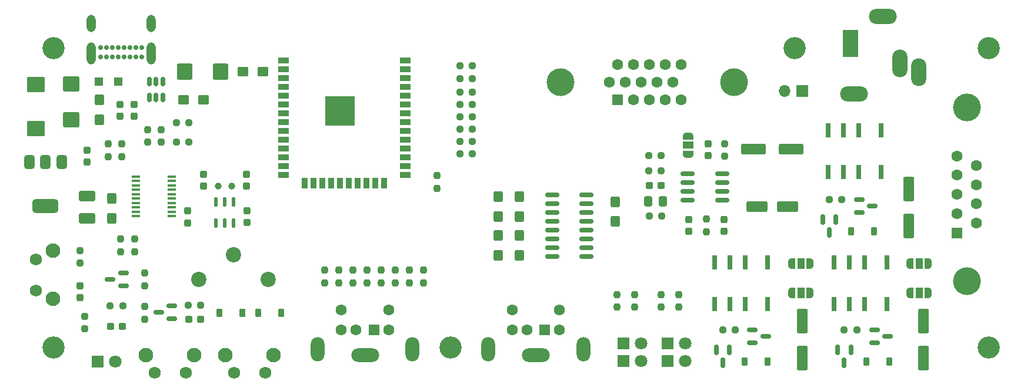
<source format=gts>
G04 #@! TF.GenerationSoftware,KiCad,Pcbnew,9.0.2*
G04 #@! TF.CreationDate,2025-06-23T14:50:53+02:00*
G04 #@! TF.ProjectId,nTerm2-S FT231,6e546572-6d32-42d5-9320-46543233312e,0.10*
G04 #@! TF.SameCoordinates,Original*
G04 #@! TF.FileFunction,Soldermask,Top*
G04 #@! TF.FilePolarity,Negative*
%FSLAX46Y46*%
G04 Gerber Fmt 4.6, Leading zero omitted, Abs format (unit mm)*
G04 Created by KiCad (PCBNEW 9.0.2) date 2025-06-23 14:50:53*
%MOMM*%
%LPD*%
G01*
G04 APERTURE LIST*
G04 Aperture macros list*
%AMRoundRect*
0 Rectangle with rounded corners*
0 $1 Rounding radius*
0 $2 $3 $4 $5 $6 $7 $8 $9 X,Y pos of 4 corners*
0 Add a 4 corners polygon primitive as box body*
4,1,4,$2,$3,$4,$5,$6,$7,$8,$9,$2,$3,0*
0 Add four circle primitives for the rounded corners*
1,1,$1+$1,$2,$3*
1,1,$1+$1,$4,$5*
1,1,$1+$1,$6,$7*
1,1,$1+$1,$8,$9*
0 Add four rect primitives between the rounded corners*
20,1,$1+$1,$2,$3,$4,$5,0*
20,1,$1+$1,$4,$5,$6,$7,0*
20,1,$1+$1,$6,$7,$8,$9,0*
20,1,$1+$1,$8,$9,$2,$3,0*%
%AMFreePoly0*
4,1,23,0.550000,-0.750000,0.000000,-0.750000,0.000000,-0.745722,-0.065263,-0.745722,-0.191342,-0.711940,-0.304381,-0.646677,-0.396677,-0.554381,-0.461940,-0.441342,-0.495722,-0.315263,-0.495722,-0.250000,-0.500000,-0.250000,-0.500000,0.250000,-0.495722,0.250000,-0.495722,0.315263,-0.461940,0.441342,-0.396677,0.554381,-0.304381,0.646677,-0.191342,0.711940,-0.065263,0.745722,0.000000,0.745722,
0.000000,0.750000,0.550000,0.750000,0.550000,-0.750000,0.550000,-0.750000,$1*%
%AMFreePoly1*
4,1,23,0.000000,0.745722,0.065263,0.745722,0.191342,0.711940,0.304381,0.646677,0.396677,0.554381,0.461940,0.441342,0.495722,0.315263,0.495722,0.250000,0.500000,0.250000,0.500000,-0.250000,0.495722,-0.250000,0.495722,-0.315263,0.461940,-0.441342,0.396677,-0.554381,0.304381,-0.646677,0.191342,-0.711940,0.065263,-0.745722,0.000000,-0.745722,0.000000,-0.750000,-0.550000,-0.750000,
-0.550000,0.750000,0.000000,0.750000,0.000000,0.745722,0.000000,0.745722,$1*%
G04 Aperture macros list end*
%ADD10RoundRect,0.237500X-0.237500X0.250000X-0.237500X-0.250000X0.237500X-0.250000X0.237500X0.250000X0*%
%ADD11C,3.200000*%
%ADD12RoundRect,0.237500X-0.250000X-0.237500X0.250000X-0.237500X0.250000X0.237500X-0.250000X0.237500X0*%
%ADD13FreePoly0,90.000000*%
%ADD14R,1.500000X1.000000*%
%ADD15FreePoly1,90.000000*%
%ADD16RoundRect,0.132500X0.132500X-0.532500X0.132500X0.532500X-0.132500X0.532500X-0.132500X-0.532500X0*%
%ADD17RoundRect,0.225000X-0.225000X-0.375000X0.225000X-0.375000X0.225000X0.375000X-0.225000X0.375000X0*%
%ADD18R,0.700000X2.000000*%
%ADD19C,1.750000*%
%ADD20C,2.100000*%
%ADD21R,1.700000X1.700000*%
%ADD22O,1.700000X1.700000*%
%ADD23R,1.500000X0.900000*%
%ADD24R,0.900000X1.500000*%
%ADD25C,0.600000*%
%ADD26R,4.200000X4.200000*%
%ADD27RoundRect,0.237500X0.237500X-0.250000X0.237500X0.250000X-0.237500X0.250000X-0.237500X-0.250000X0*%
%ADD28RoundRect,0.237500X-0.237500X0.300000X-0.237500X-0.300000X0.237500X-0.300000X0.237500X0.300000X0*%
%ADD29R,1.600000X1.600000*%
%ADD30C,1.600000*%
%ADD31O,2.000000X3.500000*%
%ADD32O,4.000000X2.000000*%
%ADD33RoundRect,0.250000X0.550000X-1.500000X0.550000X1.500000X-0.550000X1.500000X-0.550000X-1.500000X0*%
%ADD34RoundRect,0.237500X0.237500X-0.300000X0.237500X0.300000X-0.237500X0.300000X-0.237500X-0.300000X0*%
%ADD35R,1.800000X1.800000*%
%ADD36C,1.800000*%
%ADD37RoundRect,0.150000X-0.825000X-0.150000X0.825000X-0.150000X0.825000X0.150000X-0.825000X0.150000X0*%
%ADD38RoundRect,0.237500X0.250000X0.237500X-0.250000X0.237500X-0.250000X-0.237500X0.250000X-0.237500X0*%
%ADD39RoundRect,0.250000X-0.425000X0.537500X-0.425000X-0.537500X0.425000X-0.537500X0.425000X0.537500X0*%
%ADD40FreePoly0,0.000000*%
%ADD41R,1.000000X1.500000*%
%ADD42FreePoly1,0.000000*%
%ADD43RoundRect,0.250000X0.425000X-0.537500X0.425000X0.537500X-0.425000X0.537500X-0.425000X-0.537500X0*%
%ADD44RoundRect,0.237500X0.300000X0.237500X-0.300000X0.237500X-0.300000X-0.237500X0.300000X-0.237500X0*%
%ADD45RoundRect,0.225000X0.225000X0.375000X-0.225000X0.375000X-0.225000X-0.375000X0.225000X-0.375000X0*%
%ADD46RoundRect,0.375000X-0.375000X0.625000X-0.375000X-0.625000X0.375000X-0.625000X0.375000X0.625000X0*%
%ADD47RoundRect,0.500000X-1.400000X0.500000X-1.400000X-0.500000X1.400000X-0.500000X1.400000X0.500000X0*%
%ADD48RoundRect,0.250000X0.875000X0.925000X-0.875000X0.925000X-0.875000X-0.925000X0.875000X-0.925000X0*%
%ADD49RoundRect,0.250000X1.025000X-0.875000X1.025000X0.875000X-1.025000X0.875000X-1.025000X-0.875000X0*%
%ADD50RoundRect,0.150000X-0.587500X-0.150000X0.587500X-0.150000X0.587500X0.150000X-0.587500X0.150000X0*%
%ADD51RoundRect,0.237500X-0.300000X-0.237500X0.300000X-0.237500X0.300000X0.237500X-0.300000X0.237500X0*%
%ADD52RoundRect,0.150000X-0.150000X0.587500X-0.150000X-0.587500X0.150000X-0.587500X0.150000X0.587500X0*%
%ADD53RoundRect,0.150000X0.587500X0.150000X-0.587500X0.150000X-0.587500X-0.150000X0.587500X-0.150000X0*%
%ADD54C,0.700000*%
%ADD55O,1.300000X3.200000*%
%ADD56O,1.300000X2.500000*%
%ADD57RoundRect,0.250001X0.924999X-0.499999X0.924999X0.499999X-0.924999X0.499999X-0.924999X-0.499999X0*%
%ADD58C,2.200000*%
%ADD59RoundRect,0.150000X0.150000X-0.512500X0.150000X0.512500X-0.150000X0.512500X-0.150000X-0.512500X0*%
%ADD60C,4.000000*%
%ADD61RoundRect,0.250000X-1.250000X-0.550000X1.250000X-0.550000X1.250000X0.550000X-1.250000X0.550000X0*%
%ADD62RoundRect,0.250000X-1.500000X-0.550000X1.500000X-0.550000X1.500000X0.550000X-1.500000X0.550000X0*%
%ADD63RoundRect,0.250000X-0.337500X-0.475000X0.337500X-0.475000X0.337500X0.475000X-0.337500X0.475000X0*%
%ADD64RoundRect,0.250000X0.537500X0.425000X-0.537500X0.425000X-0.537500X-0.425000X0.537500X-0.425000X0*%
%ADD65O,2.200000X4.000000*%
%ADD66O,4.000000X2.200000*%
%ADD67R,2.200000X4.000000*%
%ADD68C,1.000000*%
%ADD69RoundRect,0.250000X0.925000X-0.875000X0.925000X0.875000X-0.925000X0.875000X-0.925000X-0.875000X0*%
%ADD70R,1.200000X0.400000*%
%ADD71R,1.200000X1.200000*%
G04 APERTURE END LIST*
D10*
X84266000Y-107528500D03*
X84266000Y-109353500D03*
D11*
X215076000Y-121498500D03*
D12*
X138956000Y-84668500D03*
X140781000Y-84668500D03*
D10*
X96012000Y-90123000D03*
X96012000Y-91948000D03*
D12*
X176792500Y-118999000D03*
X178617500Y-118999000D03*
D10*
X88392000Y-92202000D03*
X88392000Y-94027000D03*
D11*
X80456000Y-78318500D03*
D13*
X171856400Y-93644100D03*
D14*
X171856400Y-92344100D03*
D15*
X171856400Y-91044100D03*
D16*
X103820000Y-103632000D03*
X105090000Y-103632000D03*
X106360000Y-103632000D03*
X106360000Y-100582000D03*
X105090000Y-100582000D03*
X103820000Y-100582000D03*
D10*
X177088800Y-92140900D03*
X177088800Y-93965900D03*
D17*
X179992000Y-123571000D03*
X183292000Y-123571000D03*
D18*
X200471000Y-109268500D03*
X197271000Y-109268500D03*
X195071000Y-109268500D03*
X192871000Y-109268500D03*
X192871000Y-115268500D03*
X195071000Y-115268500D03*
X197271000Y-115268500D03*
X200471000Y-115268500D03*
D19*
X99506000Y-125172000D03*
X95006000Y-125172000D03*
D20*
X100756000Y-122682000D03*
X93746000Y-122682000D03*
D21*
X188295200Y-84582000D03*
D22*
X185755200Y-84582000D03*
D10*
X174436000Y-102997000D03*
X174436000Y-104822000D03*
D23*
X113616000Y-80096500D03*
X113616000Y-81366500D03*
X113616000Y-82636500D03*
X113616000Y-83906500D03*
X113616000Y-85176500D03*
X113616000Y-86446500D03*
X113616000Y-87716500D03*
X113616000Y-88986500D03*
X113616000Y-90256500D03*
X113616000Y-91526500D03*
X113616000Y-92796500D03*
X113616000Y-94066500D03*
X113616000Y-95336500D03*
X113616000Y-96606500D03*
D24*
X116656000Y-97856500D03*
X117926000Y-97856500D03*
X119196000Y-97856500D03*
X120466000Y-97856500D03*
X121736000Y-97856500D03*
X123006000Y-97856500D03*
X124276000Y-97856500D03*
X125546000Y-97856500D03*
X126816000Y-97856500D03*
X128086000Y-97856500D03*
D23*
X131116000Y-96606500D03*
X131116000Y-95336500D03*
X131116000Y-94066500D03*
X131116000Y-92796500D03*
X131116000Y-91526500D03*
X131116000Y-90256500D03*
X131116000Y-88986500D03*
X131116000Y-87716500D03*
X131116000Y-86446500D03*
X131116000Y-85176500D03*
X131116000Y-83906500D03*
X131116000Y-82636500D03*
X131116000Y-81366500D03*
X131116000Y-80096500D03*
D25*
X120161000Y-86674000D03*
X120161000Y-88199000D03*
X120923500Y-85911500D03*
X120923500Y-87436500D03*
X120923500Y-88961500D03*
X121686000Y-86674000D03*
D26*
X121686000Y-87436500D03*
D25*
X121686000Y-88199000D03*
X122448500Y-85911500D03*
X122448500Y-87436500D03*
X122448500Y-88961500D03*
X123211000Y-86674000D03*
X123211000Y-88199000D03*
D27*
X127635000Y-112188000D03*
X127635000Y-110363000D03*
D19*
X110936000Y-125172000D03*
X106436000Y-125172000D03*
D20*
X112186000Y-122682000D03*
X105176000Y-122682000D03*
D12*
X192128500Y-100203000D03*
X193953500Y-100203000D03*
D28*
X176976000Y-103047000D03*
X176976000Y-104772000D03*
D29*
X126616000Y-118958500D03*
D30*
X124016000Y-118958500D03*
X128716000Y-118958500D03*
X121916000Y-118958500D03*
X128716000Y-116158500D03*
X121916000Y-116158500D03*
D31*
X118466000Y-121808500D03*
D32*
X125316000Y-122608500D03*
D31*
X132166000Y-121808500D03*
D33*
X205740000Y-123096000D03*
X205740000Y-117696000D03*
D12*
X138956000Y-88224500D03*
X140781000Y-88224500D03*
D34*
X90043000Y-88212000D03*
X90043000Y-86487000D03*
D12*
X194287500Y-118999000D03*
X196112500Y-118999000D03*
D34*
X92075000Y-88212000D03*
X92075000Y-86487000D03*
D33*
X188279000Y-123096000D03*
X188279000Y-117696000D03*
D35*
X162498000Y-120988500D03*
D36*
X165038000Y-120988500D03*
D35*
X162498000Y-123528500D03*
D36*
X165038000Y-123528500D03*
D10*
X170499000Y-113878500D03*
X170499000Y-115703500D03*
D37*
X171778499Y-96520000D03*
X171778499Y-97790000D03*
X171778499Y-99060000D03*
X171778499Y-100330000D03*
X176728499Y-100330000D03*
X176728499Y-99060000D03*
X176728499Y-97790000D03*
X176728499Y-96520000D03*
D38*
X140781000Y-80858500D03*
X138956000Y-80858500D03*
D28*
X85344000Y-93093200D03*
X85344000Y-94818200D03*
D27*
X121539000Y-112188000D03*
X121539000Y-110363000D03*
D39*
X147574000Y-105369500D03*
X147574000Y-108244500D03*
D40*
X203775000Y-113665000D03*
D41*
X205075000Y-113665000D03*
D42*
X206375000Y-113665000D03*
D27*
X92202000Y-107743000D03*
X92202000Y-105918000D03*
D43*
X87045800Y-88671400D03*
X87045800Y-85796400D03*
D35*
X168848000Y-120988500D03*
D36*
X171388000Y-120988500D03*
D35*
X168848000Y-123528500D03*
D36*
X171388000Y-123528500D03*
D10*
X94003500Y-90123000D03*
X94003500Y-91948000D03*
D40*
X203775000Y-109474000D03*
D41*
X205075000Y-109474000D03*
D42*
X206375000Y-109474000D03*
D29*
X151217000Y-118958500D03*
D30*
X148617000Y-118958500D03*
X153317000Y-118958500D03*
X146517000Y-118958500D03*
X153317000Y-116158500D03*
X146517000Y-116158500D03*
D31*
X143067000Y-121808500D03*
D32*
X149917000Y-122608500D03*
D31*
X156767000Y-121808500D03*
D44*
X90424000Y-118491000D03*
X88699000Y-118491000D03*
D45*
X107694000Y-116586000D03*
X104394000Y-116586000D03*
D46*
X81637500Y-94817800D03*
X79337500Y-94817800D03*
D47*
X79337500Y-101117800D03*
D46*
X77037500Y-94817800D03*
D48*
X104498050Y-81788000D03*
X99398050Y-81788000D03*
D12*
X88646000Y-115570000D03*
X90471000Y-115570000D03*
D34*
X108265000Y-98298000D03*
X108265000Y-96573000D03*
D12*
X166143000Y-96052500D03*
X167968000Y-96052500D03*
D37*
X152276000Y-99527500D03*
X152276000Y-100797500D03*
X152276000Y-102067500D03*
X152276000Y-103337500D03*
X152276000Y-104607500D03*
X152276000Y-105877500D03*
X152276000Y-107147500D03*
X152276000Y-108417500D03*
X157226000Y-108417500D03*
X157226000Y-107147500D03*
X157226000Y-105877500D03*
X157226000Y-104607500D03*
X157226000Y-103337500D03*
X157226000Y-102067500D03*
X157226000Y-100797500D03*
X157226000Y-99527500D03*
D11*
X80456000Y-121498500D03*
D10*
X90297000Y-92202000D03*
X90297000Y-94027000D03*
D40*
X186757000Y-113665000D03*
D41*
X188057000Y-113665000D03*
D42*
X189357000Y-113665000D03*
D11*
X137606000Y-121498500D03*
D49*
X77901800Y-89966800D03*
X77901800Y-83566800D03*
D39*
X144526000Y-105369500D03*
X144526000Y-108244500D03*
D50*
X196438000Y-100183000D03*
X196438000Y-102083000D03*
X198313000Y-101133000D03*
D51*
X99949000Y-117475000D03*
X101674000Y-117475000D03*
D18*
X183250500Y-109268500D03*
X180050500Y-109268500D03*
X177850500Y-109268500D03*
X175650500Y-109268500D03*
X175650500Y-115268500D03*
X177850500Y-115268500D03*
X180050500Y-115268500D03*
X183250500Y-115268500D03*
D43*
X88823800Y-102874800D03*
X88823800Y-99999800D03*
D52*
X195261000Y-121871500D03*
X193361000Y-121871500D03*
X194311000Y-123746500D03*
D53*
X97506000Y-117409000D03*
X97506000Y-115509000D03*
X95631000Y-116459000D03*
D54*
X93176000Y-79588500D03*
X92326000Y-79588500D03*
X91476000Y-79588500D03*
X90626000Y-79588500D03*
X89776000Y-79588500D03*
X88926000Y-79588500D03*
X88076000Y-79588500D03*
X87226000Y-79588500D03*
X87226000Y-78238500D03*
X88076000Y-78238500D03*
X88926000Y-78238500D03*
X89776000Y-78238500D03*
X90626000Y-78238500D03*
X91476000Y-78238500D03*
X92326000Y-78238500D03*
X93176000Y-78238500D03*
D55*
X94521000Y-79088500D03*
D56*
X94516000Y-74783500D03*
D55*
X85881000Y-79088500D03*
D56*
X85881000Y-74788500D03*
D12*
X98171000Y-91948000D03*
X99996000Y-91948000D03*
D52*
X177766000Y-121871500D03*
X175866000Y-121871500D03*
X176816000Y-123746500D03*
D39*
X161355000Y-100503000D03*
X161355000Y-103378000D03*
D28*
X108331000Y-101780000D03*
X108331000Y-103505000D03*
D40*
X186757000Y-109474000D03*
D41*
X188057000Y-109474000D03*
D42*
X189357000Y-109474000D03*
D57*
X85293200Y-102919600D03*
X85293200Y-99669600D03*
D19*
X77916000Y-113298500D03*
X77916000Y-108798500D03*
D20*
X80406000Y-114548500D03*
X80406000Y-107538500D03*
D10*
X90170000Y-105918000D03*
X90170000Y-107743000D03*
D34*
X174675800Y-93865900D03*
X174675800Y-92140900D03*
D12*
X138956000Y-93558500D03*
X140781000Y-93558500D03*
D58*
X111379000Y-111760000D03*
X106379000Y-108160000D03*
X101379000Y-111760000D03*
D35*
X86824750Y-123598500D03*
D36*
X89364750Y-123598500D03*
D59*
X94300000Y-85460000D03*
X95250000Y-85460000D03*
X96200000Y-85460000D03*
X96200000Y-83185000D03*
X95250000Y-83185000D03*
X94300000Y-83185000D03*
D60*
X211940000Y-111948500D03*
X211940000Y-86948500D03*
D29*
X210520000Y-104988500D03*
D30*
X210520000Y-102218500D03*
X210520000Y-99448500D03*
X210520000Y-96678500D03*
X210520000Y-93908500D03*
X213360000Y-103603500D03*
X213360000Y-100833500D03*
X213360000Y-98063500D03*
X213360000Y-95293500D03*
D61*
X181767499Y-101178500D03*
X186167499Y-101178500D03*
D12*
X138956000Y-90002500D03*
X140781000Y-90002500D03*
D62*
X181267499Y-92923500D03*
X186667499Y-92923500D03*
D39*
X144526000Y-99781500D03*
X144526000Y-102656500D03*
D11*
X215076000Y-78318500D03*
D60*
X178478000Y-83312000D03*
X153478000Y-83312000D03*
D29*
X161663000Y-85852000D03*
D30*
X163953000Y-85852000D03*
X166243000Y-85852000D03*
X168533000Y-85852000D03*
X170823000Y-85852000D03*
X160518000Y-83312000D03*
X162808000Y-83312000D03*
X165098000Y-83312000D03*
X167388000Y-83312000D03*
X169678000Y-83312000D03*
X161663000Y-80772000D03*
X163953000Y-80772000D03*
X166243000Y-80772000D03*
X168533000Y-80772000D03*
X170823000Y-80772000D03*
D38*
X167977500Y-93857185D03*
X166152500Y-93857185D03*
D10*
X167959000Y-113878500D03*
X167959000Y-115703500D03*
X164149000Y-113878500D03*
X164149000Y-115703500D03*
D27*
X93599000Y-112649000D03*
X93599000Y-110824000D03*
D33*
X203581000Y-104046000D03*
X203581000Y-98646000D03*
D27*
X129667000Y-112188000D03*
X129667000Y-110363000D03*
D51*
X166243000Y-98211500D03*
X167968000Y-98211500D03*
D27*
X119507000Y-112188000D03*
X119507000Y-110363000D03*
D18*
X199604750Y-90225500D03*
X196404750Y-90225500D03*
X194204750Y-90225500D03*
X192004750Y-90225500D03*
X192004750Y-96225500D03*
X194204750Y-96225500D03*
X196404750Y-96225500D03*
X199604750Y-96225500D03*
D34*
X99822000Y-103579000D03*
X99822000Y-101854000D03*
D39*
X147574000Y-99781500D03*
X147574000Y-102656500D03*
D17*
X197487000Y-123571000D03*
X200787000Y-123571000D03*
D63*
X166116000Y-100457000D03*
X168191000Y-100457000D03*
D27*
X131699000Y-112188000D03*
X131699000Y-110363000D03*
D64*
X110617000Y-81788000D03*
X107742000Y-81788000D03*
D65*
X205036000Y-81793000D03*
X202336000Y-80593000D03*
D66*
X199836000Y-73793000D03*
D67*
X195236000Y-77693000D03*
D66*
X195736000Y-84993000D03*
D53*
X90521000Y-112649000D03*
X90521000Y-110749000D03*
X88646000Y-111699000D03*
D34*
X171896000Y-104772000D03*
X171896000Y-103047000D03*
D68*
X106106000Y-98298000D03*
X104206000Y-98298000D03*
D69*
X82996000Y-88656000D03*
X82996000Y-83556000D03*
D70*
X97536000Y-102616000D03*
X97536000Y-101981000D03*
X97536000Y-101346000D03*
X97536000Y-100711000D03*
X97536000Y-100076000D03*
X97536000Y-99441000D03*
X97536000Y-98806000D03*
X97536000Y-98171000D03*
X97536000Y-97536000D03*
X97536000Y-96901000D03*
X92336000Y-96901000D03*
X92336000Y-97536000D03*
X92336000Y-98171000D03*
X92336000Y-98806000D03*
X92336000Y-99441000D03*
X92336000Y-100076000D03*
X92336000Y-100711000D03*
X92336000Y-101346000D03*
X92336000Y-101981000D03*
X92336000Y-102616000D03*
D28*
X84266000Y-112608500D03*
X84266000Y-114333500D03*
D50*
X198645500Y-118983500D03*
X198645500Y-120883500D03*
X200520500Y-119933500D03*
D27*
X93599000Y-117475000D03*
X93599000Y-115650000D03*
D12*
X138956000Y-91780500D03*
X140781000Y-91780500D03*
X98171000Y-89154000D03*
X99996000Y-89154000D03*
D27*
X135701000Y-98558500D03*
X135701000Y-96733500D03*
D10*
X161609000Y-113878500D03*
X161609000Y-115703500D03*
D27*
X133731000Y-112188000D03*
X133731000Y-110363000D03*
X123571000Y-112188000D03*
X123571000Y-110363000D03*
D38*
X140781000Y-82763500D03*
X138956000Y-82763500D03*
D71*
X89795000Y-83185000D03*
X86995000Y-83185000D03*
D12*
X138956000Y-86446500D03*
X140781000Y-86446500D03*
D10*
X84963000Y-117047000D03*
X84963000Y-118872000D03*
D12*
X166243000Y-102616000D03*
X168068000Y-102616000D03*
D64*
X102108000Y-85852000D03*
X99233000Y-85852000D03*
D34*
X102042000Y-98298000D03*
X102042000Y-96573000D03*
D52*
X193102000Y-103075500D03*
X191202000Y-103075500D03*
X192152000Y-104950500D03*
D11*
X187136000Y-78318500D03*
D12*
X99849000Y-115443000D03*
X101674000Y-115443000D03*
D17*
X195328000Y-104775000D03*
X198628000Y-104775000D03*
D27*
X125603000Y-112188000D03*
X125603000Y-110363000D03*
D17*
X109984000Y-116586000D03*
X113284000Y-116586000D03*
D50*
X181102000Y-118958500D03*
X181102000Y-120858500D03*
X182977000Y-119908500D03*
M02*

</source>
